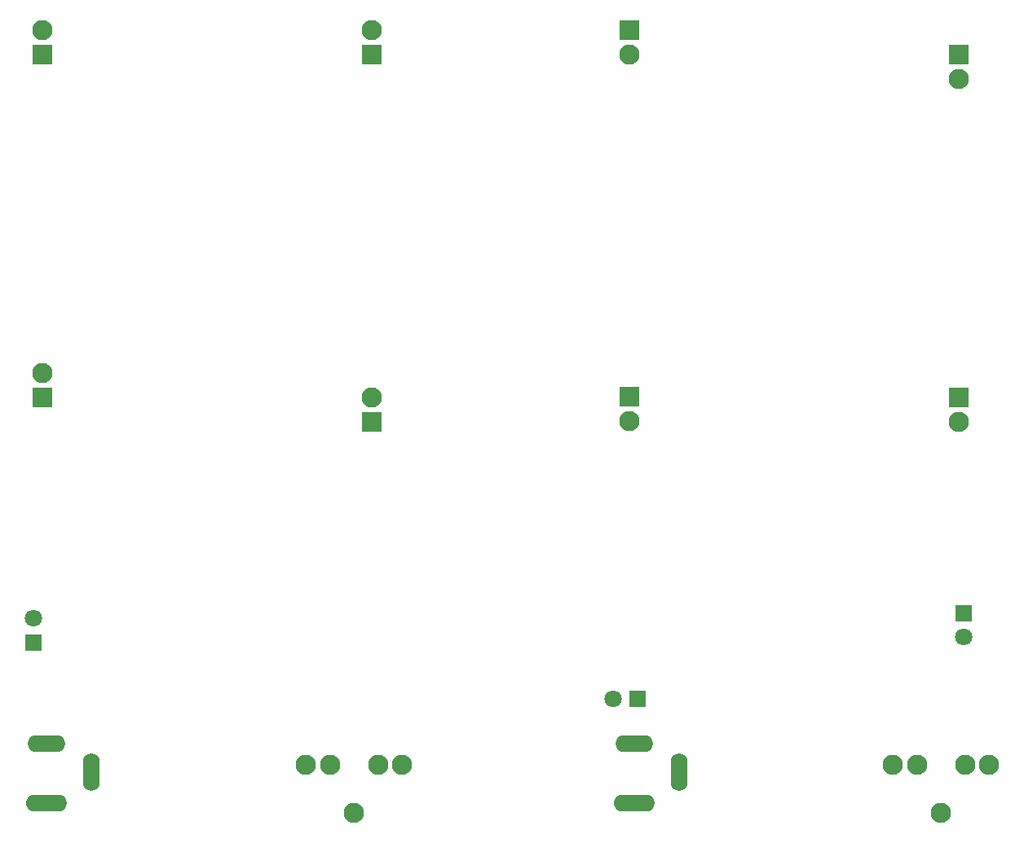
<source format=gbs>
G04*
G04 #@! TF.GenerationSoftware,Altium Limited,Altium Designer,23.10.1 (27)*
G04*
G04 Layer_Color=16711935*
%FSLAX25Y25*%
%MOIN*%
G70*
G04*
G04 #@! TF.SameCoordinates,52E8BDB3-E784-467F-A169-E1E59ABD1491*
G04*
G04*
G04 #@! TF.FilePolarity,Negative*
G04*
G01*
G75*
%ADD56O,0.16935X0.06896*%
%ADD57O,0.15558X0.06896*%
%ADD58O,0.06896X0.15558*%
%ADD59C,0.00400*%
%ADD60C,0.08274*%
%ADD61R,0.07093X0.07093*%
%ADD62C,0.07093*%
%ADD63R,0.08274X0.08274*%
%ADD64R,0.07093X0.07093*%
D56*
X54698Y21680D02*
D03*
X294909Y21654D02*
D03*
D57*
X54698Y46090D02*
D03*
X294909Y46063D02*
D03*
D58*
X73006Y34475D02*
D03*
X313216Y34449D02*
D03*
D59*
X400683Y17773D02*
D03*
X440053D02*
D03*
X199984Y17743D02*
D03*
X160614D02*
D03*
D60*
X440053Y37458D02*
D03*
X430210D02*
D03*
X400683D02*
D03*
X410525D02*
D03*
X420368Y17773D02*
D03*
X180299Y17743D02*
D03*
X170456Y37428D02*
D03*
X160614D02*
D03*
X190141D02*
D03*
X199984D02*
D03*
X52782Y197756D02*
D03*
X427612Y177756D02*
D03*
X292966Y177921D02*
D03*
Y327992D02*
D03*
X427612Y317992D02*
D03*
X52782Y337992D02*
D03*
X187428Y337992D02*
D03*
Y187756D02*
D03*
D61*
X49072Y87391D02*
D03*
X429500Y99500D02*
D03*
D62*
X49072Y97233D02*
D03*
X286334Y64507D02*
D03*
X429500Y89657D02*
D03*
D63*
X52782Y187756D02*
D03*
X427612Y187756D02*
D03*
X292966Y187921D02*
D03*
Y337992D02*
D03*
X427612Y327992D02*
D03*
X52782D02*
D03*
X187428Y327992D02*
D03*
Y177756D02*
D03*
D64*
X296177Y64507D02*
D03*
M02*

</source>
